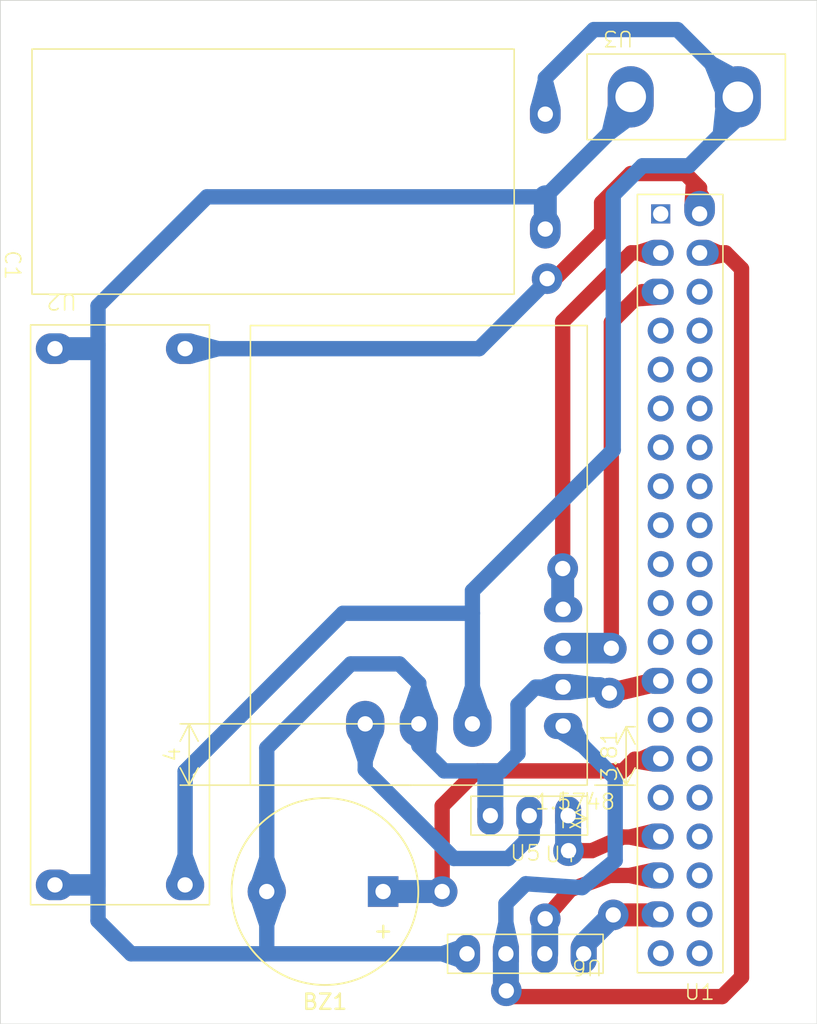
<source format=kicad_pcb>
(kicad_pcb (version 20241229) (generator "pcbnew") (generator_version "9.0")
  (layers (0 "F.Cu" signal) (2 "B.Cu" signal) (13 "F.Paste" user) (15 "B.Paste" user) (5 "F.SilkS" user "F.Silkscreen") (7 "B.SilkS" user "B.Silkscreen") (1 "F.Mask" user) (3 "B.Mask" user) (25 "Edge.Cuts" user))
  (net 0 "")
  (net 1 "GND")
  (net 12 "Net-(U1-GPIO_2)")
  (net 13 "+7.5V")
  (net 14 "Net-(U1-GPIO_13)")
  (net 17 "unconnected-(U1-GPIO_9-Pad21)")
  (net 18 "unconnected-(U1-GPIO_11-Pad23)")
  (net 23 "Net-(U1-GPIO_3)")
  (net 32 "Net-(U1-GPIO_19)")
  (net 33 "Net-(U1-GPIO_26)")
  (net 35 "Net-(BZ1-+)")
  (net 38 "+5V")
  (net 41 "Net-(U2-VOUT)")
  (net 42 "Net-(U4-Vin)")
  (footprint "Global_Custom_Library:BigCapacitor" (layer "F.Cu") (at 161.296 84.328 -90)
    (property "Reference" "C1" (at 6.096 34.798 270) (layer "F.SilkS") (effects (font (thickness 0.1))))
    (property "Value" "C")
    (fp_rect (start -8.001 2.032) (end 8.001 33.528) (stroke (width 0.1)) (fill no) (layer "F.SilkS"))
    (pad "1" thru_hole oval (at -3.75 0 270) (size 2.54 2) (drill 1) (layers "*.Cu" "*.Mask") (net 13 "+7.5V"))
    (pad "2" thru_hole oval (at 3.75 0 270) (size 2.54 2) (drill 1) (layers "*.Cu" "*.Mask") (net 1 "GND"))
  )
  (footprint "Buzzer_Beeper:Buzzer_12x9.5RM7.6" (layer "F.Cu") (at 150.702 131.318 180)
    (property "Reference" "BZ1" (at 3.8 -7.2 0) (layer "F.SilkS"))
    (property "Value" "Buzzer")
    (fp_circle (center 3.8 0) (end 9.9 0) (stroke (width 0.12)) (fill no) (layer "F.SilkS"))
    (fp_text user "+" (at -0.01 -2.54 0) (layer "F.SilkS"))
    (pad "1" thru_hole rect (at 0 0 180) (size 2 2) (drill 1) (layers "*.Cu" "*.Mask") (net 35 "Net-(BZ1-+)"))
    (pad "2" thru_hole circle (at 7.6 0 180) (size 2.5 2.5) (drill 1) (layers "*.Cu" "*.Mask") (net 1 "GND"))
  )
  (footprint "Global_Custom_Library:Pi5Hat" (layer "F.Cu") (at 170.105 103.598)
    (property "Reference" "U1" (at 1.27 34.29 0) (layer "F.SilkS") (effects (font (thickness 0.1))))
    (property "Value" "~")
    (fp_rect (start -2.794 -17.78) (end 2.794 33.02) (stroke (width 0.1)) (fill no) (layer "F.SilkS"))
    (pad "1" thru_hole rect (at -1.27 -16.51) (size 1.25 1.25) (drill 1) (layers "*.Cu" "*.Mask"))
    (pad "2" thru_hole oval (at 1.27 -16.51) (size 2 2.3) (drill 1 (offset 0 -0.35)) (layers "*.Cu" "*.Mask") (net 41 "Net-(U2-VOUT)"))
    (pad "3" thru_hole oval (at -1.27 -13.97) (size 2.1 1.7) (drill 1 (offset -0.2 0)) (layers "*.Cu" "*.Mask") (net 12 "Net-(U1-GPIO_2)"))
    (pad "4" thru_hole oval (at 1.27 -13.97) (size 2.1 1.7) (drill 1 (offset 0.2 0)) (layers "*.Cu" "*.Mask") (net 38 "+5V"))
    (pad "5" thru_hole oval (at -1.27 -11.43) (size 2.1 1.7) (drill 1 (offset -0.2 0)) (layers "*.Cu" "*.Mask") (net 23 "Net-(U1-GPIO_3)"))
    (pad "6" thru_hole oval (at 1.27 -11.43) (size 1.7 1.7) (drill 1) (layers "*.Cu" "*.Mask"))
    (pad "7" thru_hole oval (at -1.27 -8.89) (size 1.7 1.7) (drill 1) (layers "*.Cu" "*.Mask"))
    (pad "8" thru_hole oval (at 1.27 -8.89) (size 1.7 1.7) (drill 1) (layers "*.Cu" "*.Mask"))
    (pad "9" thru_hole oval (at -1.27 -6.35) (size 1.7 1.7) (drill 1) (layers "*.Cu" "*.Mask"))
    (pad "10" thru_hole oval (at 1.27 -6.35) (size 1.7 1.7) (drill 1) (layers "*.Cu" "*.Mask"))
    (pad "11" thru_hole oval (at -1.27 -3.81) (size 1.7 1.7) (drill 1) (layers "*.Cu" "*.Mask"))
    (pad "12" thru_hole oval (at 1.27 -3.81) (size 1.7 1.7) (drill 1) (layers "*.Cu" "*.Mask"))
    (pad "13" thru_hole oval (at -1.27 -1.27) (size 1.7 1.7) (drill 1) (layers "*.Cu" "*.Mask"))
    (pad "14" thru_hole oval (at 1.27 -1.27) (size 1.7 1.7) (drill 1) (layers "*.Cu" "*.Mask"))
    (pad "15" thru_hole oval (at -1.27 1.27) (size 1.7 1.7) (drill 1) (layers "*.Cu" "*.Mask"))
    (pad "16" thru_hole oval (at 1.27 1.27) (size 1.7 1.7) (drill 1) (layers "*.Cu" "*.Mask"))
    (pad "17" thru_hole oval (at -1.27 3.81) (size 1.7 1.7) (drill 1) (layers "*.Cu" "*.Mask"))
    (pad "18" thru_hole oval (at 1.27 3.81) (size 1.7 1.7) (drill 1) (layers "*.Cu" "*.Mask"))
    (pad "19" thru_hole oval (at -1.27 6.35) (size 1.7 1.7) (drill 1) (layers "*.Cu" "*.Mask"))
    (pad "20" thru_hole oval (at 1.27 6.35) (size 1.7 1.7) (drill 1) (layers "*.Cu" "*.Mask"))
    (pad "21" thru_hole circle (at -1.27 8.89) (size 1.7 1.7) (drill 1) (layers "*.Cu" "*.Mask") (net 17 "unconnected-(U1-GPIO_9-Pad21)"))
    (pad "22" thru_hole circle (at 1.27 8.89) (size 1.7 1.7) (drill 1) (layers "*.Cu" "*.Mask"))
    (pad "23" thru_hole circle (at -1.27 11.43) (size 1.7 1.7) (drill 1) (layers "*.Cu" "*.Mask") (net 18 "unconnected-(U1-GPIO_11-Pad23)"))
    (pad "24" thru_hole circle (at 1.27 11.43) (size 1.7 1.7) (drill 1) (layers "*.Cu" "*.Mask"))
    (pad "25" thru_hole oval (at -1.27 13.97) (size 2.1 1.7) (drill 1 (offset -0.2 0)) (layers "*.Cu" "*.Mask") (net 1 "GND"))
    (pad "26" thru_hole oval (at 1.27 13.97) (size 1.7 1.7) (drill 1) (layers "*.Cu" "*.Mask"))
    (pad "27" thru_hole oval (at -1.27 16.51) (size 1.7 1.7) (drill 1) (layers "*.Cu" "*.Mask"))
    (pad "28" thru_hole oval (at 1.27 16.51) (size 1.7 1.7) (drill 1) (layers "*.Cu" "*.Mask"))
    (pad "29" thru_hole oval (at -1.27 19.05) (size 2.1 1.7) (drill 1 (offset -0.2 0)) (layers "*.Cu" "*.Mask") (net 35 "Net-(BZ1-+)"))
    (pad "30" thru_hole oval (at 1.27 19.05) (size 1.7 1.7) (drill 1) (layers "*.Cu" "*.Mask"))
    (pad "31" thru_hole oval (at -1.27 21.59) (size 1.7 1.7) (drill 1) (layers "*.Cu" "*.Mask"))
    (pad "32" thru_hole oval (at 1.27 21.59) (size 1.7 1.7) (drill 1) (layers "*.Cu" "*.Mask"))
    (pad "33" thru_hole oval (at -1.27 24.13) (size 2.1 1.7) (drill 1 (offset -0.2 0)) (layers "*.Cu" "*.Mask") (net 14 "Net-(U1-GPIO_13)"))
    (pad "34" thru_hole oval (at 1.27 24.13) (size 1.7 1.7) (drill 1) (layers "*.Cu" "*.Mask"))
    (pad "35" thru_hole oval (at -1.27 26.67) (size 2.1 1.7) (drill 1 (offset -0.2 0)) (layers "*.Cu" "*.Mask") (net 32 "Net-(U1-GPIO_19)"))
    (pad "36" thru_hole oval (at 1.27 26.67) (size 1.7 1.7) (drill 1) (layers "*.Cu" "*.Mask"))
    (pad "37" thru_hole oval (at -1.27 29.21) (size 2.1 1.7) (drill 1 (offset -0.2 0)) (layers "*.Cu" "*.Mask") (net 33 "Net-(U1-GPIO_26)"))
    (pad "38" thru_hole oval (at 1.27 29.21) (size 1.7 1.7) (drill 1) (layers "*.Cu" "*.Mask"))
    (pad "39" thru_hole oval (at -1.27 31.75) (size 1.7 1.7) (drill 1) (layers "*.Cu" "*.Mask"))
    (pad "40" thru_hole oval (at 1.27 31.75) (size 1.7 1.7) (drill 1) (layers "*.Cu" "*.Mask"))
  )
  (footprint "Global_Custom_Library:5vVoltageRegulator" (layer "F.Cu") (at 133.518 113.385 180)
    (property "Reference" "U2" (at 3.81 20.574 180) (layer "F.SilkS") (effects (font (thickness 0.1))))
    (property "Value" "~")
    (fp_rect (start -5.842 -18.796) (end 5.842 19.05) (stroke (width 0.1)) (fill no) (layer "F.SilkS"))
    (pad "1" thru_hole oval (at -4.25 -17.5 180) (size 2.5 2) (drill 1) (layers "*.Cu" "*.Mask") (net 13 "+7.5V"))
    (pad "2" thru_hole oval (at -4.25 17.5 180) (size 2.5 2) (drill 1) (layers "*.Cu" "*.Mask") (net 41 "Net-(U2-VOUT)"))
    (pad "3" thru_hole oval (at 4.25 -17.5 180) (size 2.5 2) (drill 1) (layers "*.Cu" "*.Mask") (net 1 "GND"))
    (pad "4" thru_hole oval (at 4.25 17.5 180) (size 2.5 2) (drill 1) (layers "*.Cu" "*.Mask") (net 1 "GND"))
  )
  (footprint "PiComponents:CurrentSensor" (layer "F.Cu") (at 164.035 124.374 180)
    (property "Reference" "U6" (at 0 -11.89 180) (layer "F.SilkS") (effects (font (thickness 0.1))))
    (property "Value" "~")
    (fp_rect (start 0 0) (end 22 30) (stroke (width 0.1)) (fill no) (layer "F.SilkS"))
    (dimension (type orthogonal) (layer "F.SilkS") (pts (xy 153.035 120.374) (xy 153.035 124.374)) (height -15) (orientation 1) (format (prefix "") (suffix "") (units 3) (units_format 0) (precision 4) (suppress_zeroes yes)) (style (thickness 0.1) (arrow_length 1.27) (text_position_mode 0) (arrow_direction outward) (extension_height 0.58642) (extension_offset 0.5) (keep_text_aligned yes)) (gr_text "4" (at 136.935 122.374 90) (layer "F.SilkS") (effects (font (size 1 1) (thickness 0.1)))))
    (dimension (type orthogonal) (layer "F.SilkS") (pts (xy 164.035 124.374) (xy 166.067 120.564)) (height 2.54) (orientation 1) (format (prefix "") (suffix "") (units 3) (units_format 0) (precision 4) (suppress_zeroes yes)) (style (thickness 0.1) (arrow_length 1.27) (text_position_mode 0) (arrow_direction outward) (extension_height 0.58642) (extension_offset 0.5) (keep_text_aligned yes)) (gr_text "3.81" (at 165.475 122.469 90) (layer "F.SilkS") (effects (font (size 1 1) (thickness 0.1)))))
    (dimension (type orthogonal) (layer "F.SilkS") (pts (xy 164.035 124.374) (xy 162.4602 124.3232)) (height 2.1844) (orientation 0) (format (prefix "") (suffix "") (units 3) (units_format 0) (precision 4) (suppress_zeroes yes)) (style (thickness 0.1) (arrow_length 1.27) (text_position_mode 0) (arrow_direction outward) (extension_height 0.58642) (extension_offset 0.5) (keep_text_aligned yes)) (gr_text "1.5748" (at 163.2476 125.4584 0) (layer "F.SilkS") (effects (font (size 1 1) (thickness 0.1)))))
    (pad "1" thru_hole oval (at 1.5748 3.8608 180) (size 2.5 1.7) (drill 1) (layers "*.Cu" "*.Mask") (net 38 "+5V"))
    (pad "2" thru_hole oval (at 1.5748 6.4008 180) (size 2.5 1.7) (drill 1) (layers "*.Cu" "*.Mask") (net 1 "GND"))
    (pad "3" thru_hole oval (at 1.5748 8.9408 180) (size 2.5 1.7) (drill 1) (layers "*.Cu" "*.Mask") (net 23 "Net-(U1-GPIO_3)"))
    (pad "4" thru_hole oval (at 1.5748 11.4808 180) (size 2.5 1.7) (drill 1) (layers "*.Cu" "*.Mask") (net 12 "Net-(U1-GPIO_2)"))
    (pad "5" thru_hole oval (at 7.5 4 180) (size 2.5 3) (drill 1) (layers "*.Cu" "*.Mask") (net 13 "+7.5V"))
    (pad "6" thru_hole oval (at 11 4 180) (size 2.5 3) (drill 1) (layers "*.Cu" "*.Mask") (net 1 "GND"))
    (pad "7" thru_hole oval (at 14.5 4 180) (size 2.5 3) (drill 1) (layers "*.Cu" "*.Mask") (net 42 "Net-(U4-Vin)"))
  )
  (footprint "Global_Custom_Library:XT60" (layer "F.Cu") (at 170.375 79.448 180)
    (property "Reference" "U3" (at 4.318 3.81 180) (layer "F.SilkS") (effects (font (thickness 0.1))))
    (property "Value" "~")
    (fp_rect (start -6.604 -2.794) (end 6.35 2.794) (stroke (width 0.1)) (fill no) (layer "F.SilkS"))
    (pad "1" thru_hole oval (at -3.5 0 180) (size 3 4) (drill 2) (layers "*.Cu" "*.Mask") (net 13 "+7.5V"))
    (pad "2" thru_hole oval (at 3.5 0 180) (size 3 4) (drill 2) (layers "*.Cu" "*.Mask") (net 1 "GND"))
  )
  (footprint "Global_Custom_Library:Servo" (layer "F.Cu") (at 160.247 126.365)
    (property "Reference" "U4" (at 2.032 2.54 0) (layer "F.SilkS") (effects (font (thickness 0.1))))
    (property "Value" "~")
    (fp_rect (start -3.81 -1.27) (end 3.81 1.27) (stroke (width 0.1)) (fill no) (layer "F.SilkS"))
    (pad "1" thru_hole oval (at -2.54 0) (size 1.7 2.5) (drill 1) (layers "*.Cu" "*.Mask") (net 1 "GND"))
    (pad "2" thru_hole oval (at 0 0) (size 1.7 2.5) (drill 1) (layers "*.Cu" "*.Mask") (net 42 "Net-(U4-Vin)"))
    (pad "3" thru_hole oval (at 2.54 0) (size 1.7 2.5) (drill 1) (layers "*.Cu" "*.Mask") (net 14 "Net-(U1-GPIO_13)"))
  )
  (footprint "Global_Custom_Library:Encoder" (layer "F.Cu") (at 159.993 135.382)
    (property "Reference" "U5" (at 0 -6.58 0) (layer "F.SilkS") (effects (font (thickness 0.1))))
    (property "Value" "~")
    (fp_rect (start -5.08 -1.27) (end 5.08 1.27) (stroke (width 0.1)) (fill no) (layer "F.SilkS"))
    (pad "1" thru_hole oval (at -3.81 0) (size 1.7 2.5) (drill 1) (layers "*.Cu" "*.Mask") (net 1 "GND"))
    (pad "2" thru_hole oval (at -1.27 0) (size 1.7 2.5) (drill 1) (layers "*.Cu" "*.Mask") (net 38 "+5V"))
    (pad "3" thru_hole oval (at 1.27 0) (size 1.7 2.5) (drill 1) (layers "*.Cu" "*.Mask") (net 32 "Net-(U1-GPIO_19)"))
    (pad "4" thru_hole oval (at 3.81 0) (size 1.7 2.5) (drill 1) (layers "*.Cu" "*.Mask") (net 33 "Net-(U1-GPIO_26)"))
  )
  (gr_rect (start 125.703 73.152) (end 179.043 139.954) (stroke (width 0.05)) (fill no) (layer "Edge.Cuts"))
  (segment (start 165.481 118.364) (end 168.835 117.568) (width 1.3) (layer "F.Cu") (net 1))
  (segment (start 165.481 118.364) (end 165.862 117.983) (width 1) (layer "F.Cu") (net 1))
  (segment (start 168.801 117.602) (end 168.835 117.568) (width 1) (layer "F.Cu") (net 1))
  (via (at 165.481 118.364) (size 2) (drill 1) (layers "F.Cu" "B.Cu") (net 1))
  (segment (start 148.59 116.459) (end 143.102 121.947) (width 1) (layer "B.Cu") (net 1))
  (segment (start 165.481 118.364) (end 165.2466 118.364) (width 1) (layer "B.Cu") (net 1))
  (segment (start 166.875 80.394) (end 161.296 85.973) (width 1) (layer "B.Cu") (net 1))
  (segment (start 162.4602 117.9732) (end 160.6648 117.9732) (width 1) (layer "B.Cu") (net 1))
  (segment (start 129.268 130.885) (end 131.878 130.885) (width 1.4) (layer "B.Cu") (net 1))
  (segment (start 153.035 117.729) (end 151.765 116.459) (width 1) (layer "B.Cu") (net 1))
  (segment (start 164.8558 117.9732) (end 162.4602 117.9732) (width 1.3) (layer "B.Cu") (net 1))
  (segment (start 158.378 123.444) (end 157.226 123.444) (width 1) (layer "B.Cu") (net 1))
  (segment (start 143.002 135.382) (end 134.239 135.382) (width 1) (layer "B.Cu") (net 1))
  (segment (start 161.296 85.973) (end 161.296 88.078) (width 1.5) (layer "B.Cu") (net 1))
  (segment (start 129.268 95.885) (end 131.826 95.885) (width 1.5) (layer "B.Cu") (net 1))
  (segment (start 151.765 116.459) (end 148.59 116.459) (width 1) (layer "B.Cu") (net 1))
  (segment (start 132.08 133.223) (end 132.08 130.683) (width 1) (layer "B.Cu") (net 1))
  (segment (start 131.826 95.885) (end 132.08 95.631) (width 1) (layer "B.Cu") (net 1))
  (segment (start 153.035 121.793) (end 153.035 120.374) (width 1) (layer "B.Cu") (net 1))
  (segment (start 143.102 131.318) (end 143.102 135.282) (width 1) (layer "B.Cu") (net 1))
  (segment (start 157.226 123.444) (end 154.686 123.444) (width 1) (layer "B.Cu") (net 1))
  (segment (start 143.102 135.282) (end 143.002 135.382) (width 1) (layer "B.Cu") (net 1))
  (segment (start 154.686 123.444) (end 153.035 121.793) (width 1) (layer "B.Cu") (net 1))
  (segment (start 160.6648 117.9732) (end 159.512 119.126) (width 1) (layer "B.Cu") (net 1))
  (segment (start 132.08 95.631) (end 132.08 93.091) (width 1) (layer "B.Cu") (net 1))
  (segment (start 132.08 93.091) (end 139.198 85.973) (width 1) (layer "B.Cu") (net 1))
  (segment (start 166.875 79.448) (end 166.875 80.394) (width 1) (layer "B.Cu") (net 1))
  (segment (start 132.08 130.683) (end 132.08 95.631) (width 1) (layer "B.Cu") (net 1))
  (segment (start 165.2466 118.364) (end 164.8558 117.9732) (width 1) (layer "B.Cu") (net 1))
  (segment (start 159.512 122.31) (end 158.378 123.444) (width 1) (layer "B.Cu") (net 1))
  (segment (start 134.239 135.382) (end 132.08 133.223) (width 1) (layer "B.Cu") (net 1))
  (segment (start 153.035 120.374) (end 153.035 117.729) (width 1) (layer "B.Cu") (net 1))
  (segment (start 157.707 126.365) (end 157.707 123.925) (width 1.7) (layer "B.Cu") (net 1))
  (segment (start 143.102 121.947) (end 143.102 131.318) (width 1) (layer "B.Cu") (net 1))
  (segment (start 159.512 119.126) (end 159.512 122.31) (width 1) (layer "B.Cu") (net 1))
  (segment (start 156.183 135.382) (end 143.002 135.382) (width 1) (layer "B.Cu") (net 1))
  (segment (start 139.198 85.973) (end 161.296 85.973) (width 1) (layer "B.Cu") (net 1))
  (segment (start 162.433 94.107) (end 166.912 89.628) (width 1) (layer "F.Cu") (net 12))
  (segment (start 162.433 110.236) (end 162.433 94.107) (width 1) (layer "F.Cu") (net 12))
  (segment (start 166.912 89.628) (end 168.835 89.628) (width 1) (layer "F.Cu") (net 12))
  (via (at 162.433 110.236) (size 2) (drill 1) (layers "F.Cu" "B.Cu") (net 12))
  (segment (start 162.433 112.866) (end 162.4602 112.8932) (width 1) (layer "B.Cu") (net 12))
  (segment (start 162.433 110.236) (end 162.433 112.866) (width 1.5) (layer "B.Cu") (net 12))
  (segment (start 165.735 102.489) (end 156.535 111.689) (width 1) (layer "B.Cu") (net 13))
  (segment (start 156.535 113.157) (end 156.535 120.374) (width 1) (layer "B.Cu") (net 13))
  (segment (start 161.296 78.226) (end 161.296 80.578) (width 1) (layer "B.Cu") (net 13))
  (segment (start 170.688 83.947) (end 173.875 80.76) (width 1) (layer "B.Cu") (net 13))
  (segment (start 137.768 130.885) (end 137.768 123.471) (width 1) (layer "B.Cu") (net 13))
  (segment (start 156.535 111.689) (end 156.535 113.157) (width 1) (layer "B.Cu") (net 13))
  (segment (start 167.64 83.947) (end 170.688 83.947) (width 1) (layer "B.Cu") (net 13))
  (segment (start 137.768 123.471) (end 148.082 113.157) (width 1) (layer "B.Cu") (net 13))
  (segment (start 169.926 75.057) (end 164.465 75.057) (width 1) (layer "B.Cu") (net 13))
  (segment (start 164.465 75.057) (end 161.296 78.226) (width 1) (layer "B.Cu") (net 13))
  (segment (start 165.735 85.852) (end 167.64 83.947) (width 1) (layer "B.Cu") (net 13))
  (segment (start 173.875 80.76) (end 173.875 79.448) (width 1) (layer "B.Cu") (net 13))
  (segment (start 165.735 85.852) (end 165.735 102.489) (width 1) (layer "B.Cu") (net 13))
  (segment (start 173.875 79.006) (end 169.926 75.057) (width 1) (layer "B.Cu") (net 13))
  (segment (start 173.875 79.448) (end 173.875 79.006) (width 1) (layer "B.Cu") (net 13))
  (segment (start 148.082 113.157) (end 156.535 113.157) (width 1) (layer "B.Cu") (net 13))
  (segment (start 162.814 128.651) (end 164.338 128.651) (width 1) (layer "F.Cu") (net 14))
  (segment (start 168.801 127.762) (end 168.835 127.728) (width 1) (layer "F.Cu") (net 14))
  (segment (start 164.338 128.651) (end 166.37 127.762) (width 1) (layer "F.Cu") (net 14))
  (segment (start 166.37 127.762) (end 168.801 127.762) (width 1) (layer "F.Cu") (net 14))
  (via (at 162.814 128.651) (size 2) (drill 1) (layers "F.Cu" "B.Cu") (net 14))
  (segment (start 162.787 128.624) (end 162.814 128.651) (width 1) (layer "B.Cu") (net 14))
  (segment (start 162.787 126.365) (end 162.787 128.624) (width 1.7) (layer "B.Cu") (net 14))
  (segment (start 168.801 112.522) (end 168.835 112.488) (width 1) (layer "F.Cu") (net 17))
  (segment (start 168.801 115.062) (end 168.835 115.028) (width 1) (layer "F.Cu") (net 18))
  (segment (start 167.6105 92.168) (end 168.835 92.168) (width 1) (layer "F.Cu") (net 23))
  (segment (start 165.608 115.443) (end 165.608 94.1705) (width 1) (layer "F.Cu") (net 23))
  (segment (start 165.608 94.1705) (end 167.6105 92.168) (width 1) (layer "F.Cu") (net 23))
  (via (at 165.608 115.443) (size 2) (drill 1) (layers "F.Cu" "B.Cu") (net 23))
  (segment (start 165.5982 115.4332) (end 165.608 115.443) (width 1) (layer "B.Cu") (net 23))
  (segment (start 162.4602 115.4332) (end 165.5982 115.4332) (width 2) (layer "B.Cu") (net 23))
  (segment (start 161.29 133.096) (end 161.798 133.096) (width 1) (layer "F.Cu") (net 32))
  (segment (start 165.481 130.268) (end 168.835 130.268) (width 1) (layer "F.Cu") (net 32))
  (segment (start 165.481 130.268) (end 162.941 131.191) (width 1) (layer "F.Cu") (net 32))
  (segment (start 162.941 131.191) (end 161.29 133.096) (width 1) (layer "F.Cu") (net 32))
  (via (at 161.29 133.096) (size 2) (drill 1) (layers "F.Cu" "B.Cu") (net 32))
  (segment (start 161.263 135.382) (end 161.263 133.123) (width 1.75) (layer "B.Cu") (net 32))
  (segment (start 161.263 133.123) (end 161.29 133.096) (width 1) (layer "B.Cu") (net 32))
  (segment (start 165.735 132.842) (end 168.801 132.842) (width 1.5) (layer "F.Cu") (net 33))
  (segment (start 168.801 132.842) (end 168.835 132.808) (width 1) (layer "F.Cu") (net 33))
  (via (at 165.735 132.842) (size 2) (drill 1) (layers "F.Cu" "B.Cu") (net 33))
  (segment (start 163.803 135.382) (end 163.803 134.774) (width 1) (layer "B.Cu") (net 33))
  (segment (start 163.803 134.774) (end 165.735 132.842) (width 1.5) (layer "B.Cu") (net 33))
  (segment (start 154.559 131.318) (end 154.559 125.73) (width 1) (layer "F.Cu") (net 35))
  (segment (start 168.801 122.682) (end 168.835 122.648) (width 1) (layer "F.Cu") (net 35))
  (segment (start 156.845 123.444) (end 166.37 123.444) (width 1) (layer "F.Cu") (net 35))
  (segment (start 166.37 123.444) (end 167.132 122.682) (width 1) (layer "F.Cu") (net 35))
  (segment (start 167.132 122.682) (end 168.801 122.682) (width 1) (layer "F.Cu") (net 35))
  (segment (start 154.559 125.73) (end 156.845 123.444) (width 1) (layer "F.Cu") (net 35))
  (via (at 154.559 131.318) (size 2) (drill 1) (layers "F.Cu" "B.Cu") (net 35))
  (segment (start 150.702 131.318) (end 154.559 131.318) (width 1.5) (layer "B.Cu") (net 35))
  (segment (start 173.067 89.628) (end 174.117 90.678) (width 1) (layer "F.Cu") (net 38))
  (segment (start 174.117 136.906) (end 174.117 90.678) (width 1) (layer "F.Cu") (net 38))
  (segment (start 158.75 137.795) (end 159.131 138.176) (width 1) (layer "F.Cu") (net 38))
  (segment (start 173.067 89.628) (end 171.375 89.628) (width 1) (layer "F.Cu") (net 38))
  (segment (start 159.131 138.176) (end 172.847 138.176) (width 1) (layer "F.Cu") (net 38))
  (segment (start 172.847 138.176) (end 174.117 136.906) (width 1) (layer "F.Cu") (net 38))
  (via (at 158.75 137.795) (size 2) (drill 1) (layers "F.Cu" "B.Cu") (net 38))
  (segment (start 165.862 129.286) (end 163.703 131.064) (width 1) (layer "B.Cu") (net 38))
  (segment (start 158.723 135.382) (end 158.723 132.107) (width 1) (layer "B.Cu") (net 38))
  (segment (start 163.703 131.064) (end 160.02 130.81) (width 1) (layer "B.Cu") (net 38))
  (segment (start 158.723 132.107) (end 160.02 130.81) (width 1) (layer "B.Cu") (net 38))
  (segment (start 165.862 123.915) (end 162.4602 120.5132) (width 1) (layer "B.Cu") (net 38))
  (segment (start 158.723 137.768) (end 158.75 137.795) (width 1) (layer "B.Cu") (net 38))
  (segment (start 165.862 129.286) (end 165.862 123.915) (width 1) (layer "B.Cu") (net 38))
  (segment (start 158.723 135.382) (end 158.723 137.768) (width 1.7) (layer "B.Cu") (net 38))
  (segment (start 171.375 85.396) (end 171.375 87.088) (width 1) (layer "F.Cu") (net 41))
  (segment (start 164.973 86.36) (end 166.878 84.455) (width 1) (layer "F.Cu") (net 41))
  (segment (start 166.878 84.455) (end 170.434 84.455) (width 1) (layer "F.Cu") (net 41))
  (segment (start 161.417 91.313) (end 161.925 91.313) (width 1) (layer "F.Cu") (net 41))
  (segment (start 164.973 88.265) (end 164.973 86.36) (width 1) (layer "F.Cu") (net 41))
  (segment (start 161.925 91.313) (end 164.973 88.265) (width 1) (layer "F.Cu") (net 41))
  (segment (start 170.434 84.455) (end 171.375 85.396) (width 1) (layer "F.Cu") (net 41))
  (via (at 161.417 91.313) (size 2) (drill 1) (layers "F.Cu" "B.Cu") (net 41))
  (segment (start 156.972 95.885) (end 137.768 95.885) (width 1) (layer "B.Cu") (net 41))
  (segment (start 161.417 91.313) (end 161.417 91.44) (width 1) (layer "B.Cu") (net 41))
  (segment (start 161.417 91.44) (end 156.972 95.885) (width 1) (layer "B.Cu") (net 41))
  (segment (start 158.877 129.159) (end 160.247 127.789) (width 1) (layer "B.Cu") (net 42))
  (segment (start 160.247 127.789) (end 160.247 126.365) (width 1.4) (layer "B.Cu") (net 42))
  (segment (start 149.535 123.373) (end 155.321 129.159) (width 1) (layer "B.Cu") (net 42))
  (segment (start 155.321 129.159) (end 158.877 129.159) (width 1) (layer "B.Cu") (net 42))
  (segment (start 149.535 120.374) (end 149.535 123.373) (width 1) (layer "B.Cu") (net 42))
)
</source>
